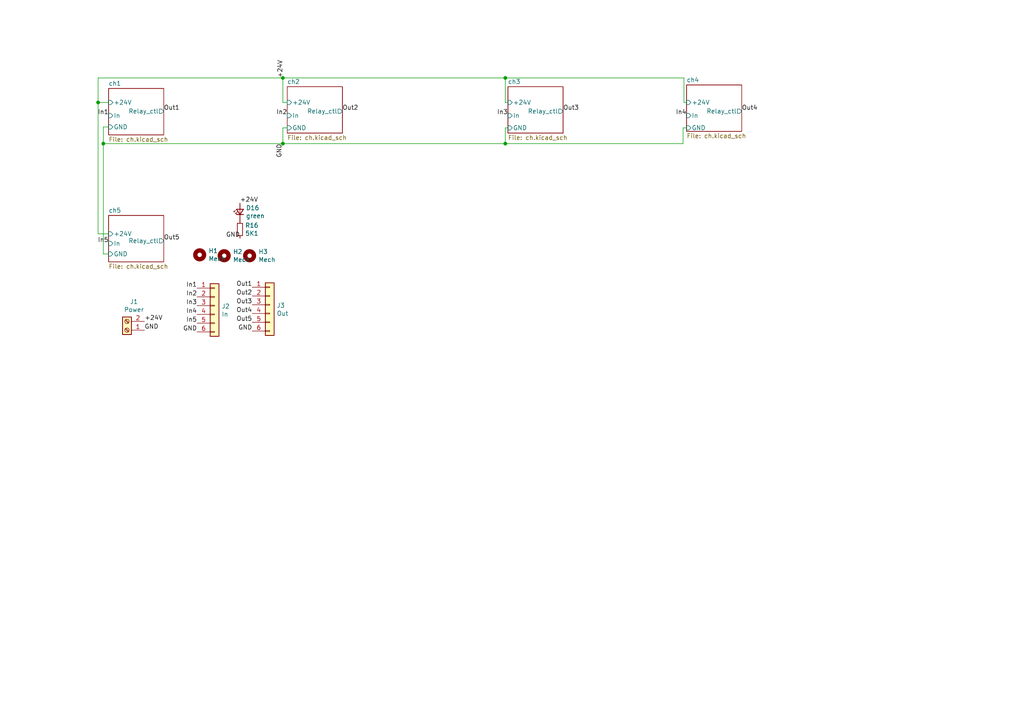
<source format=kicad_sch>
(kicad_sch (version 20230121) (generator eeschema)
  (paper "A4")
  (lib_symbols
    (symbol "Connector:Screw_Terminal_01x02" (pin_names (offset 1.016) hide)
      (property "Reference" "J" (at 0 2.54 0))
      (property "Value" "Screw_Terminal_01x02" (at 0 -5.08 0))
      (symbol "Screw_Terminal_01x02_1_1"
        (rectangle (start -1.27 1.27) (end 1.27 -3.81) (stroke (width 0.254)) (fill (type background)))
        (circle (center 0 -2.54) (radius 0.635) (stroke (width 0.1524)))
        (polyline (pts (xy -0.5334 -2.2098) (xy 0.3302 -3.048)) (stroke (width 0.1524)))
        (polyline (pts (xy -0.5334 0.3302) (xy 0.3302 -0.508)) (stroke (width 0.1524)))
        (polyline (pts (xy -0.3556 -2.032) (xy 0.508 -2.8702)) (stroke (width 0.1524)))
        (polyline (pts (xy -0.3556 0.508) (xy 0.508 -0.3302)) (stroke (width 0.1524)))
        (circle (center 0 0) (radius 0.635) (stroke (width 0.1524)))
        (pin passive line (at -5.08 0 0) (length 3.81) (name "Pin_1") (number "1"))
        (pin passive line (at -5.08 -2.54 0) (length 3.81) (name "Pin_2") (number "2"))
      )
    )
    (symbol "Connector_Generic:Conn_01x06" (pin_names (offset 1.016) hide)
      (property "Reference" "J" (at 0 7.62 0))
      (property "Value" "Conn_01x06" (at 0 -10.16 0))
      (symbol "Conn_01x06_1_1"
        (rectangle (start -1.27 -7.493) (end 0 -7.747) (stroke (width 0.1524)))
        (rectangle (start -1.27 -4.953) (end 0 -5.207) (stroke (width 0.1524)))
        (rectangle (start -1.27 -2.413) (end 0 -2.667) (stroke (width 0.1524)))
        (rectangle (start -1.27 0.127) (end 0 -0.127) (stroke (width 0.1524)))
        (rectangle (start -1.27 2.667) (end 0 2.413) (stroke (width 0.1524)))
        (rectangle (start -1.27 5.207) (end 0 4.953) (stroke (width 0.1524)))
        (rectangle (start -1.27 6.35) (end 1.27 -8.89) (stroke (width 0.254)) (fill (type background)))
        (pin passive line (at -5.08 5.08 0) (length 3.81) (name "Pin_1") (number "1"))
        (pin passive line (at -5.08 2.54 0) (length 3.81) (name "Pin_2") (number "2"))
        (pin passive line (at -5.08 0 0) (length 3.81) (name "Pin_3") (number "3"))
        (pin passive line (at -5.08 -2.54 0) (length 3.81) (name "Pin_4") (number "4"))
        (pin passive line (at -5.08 -5.08 0) (length 3.81) (name "Pin_5") (number "5"))
        (pin passive line (at -5.08 -7.62 0) (length 3.81) (name "Pin_6") (number "6"))
      )
    )
    (symbol "Device:LED_Small" (pin_numbers hide) (pin_names (offset 0.254) hide)
      (property "Reference" "D" (at -1.27 3.175 0))
      (property "Value" "LED_Small" (at -4.445 -2.54 0))
      (symbol "LED_Small_0_1"
        (polyline (pts (xy -0.762 -1.016) (xy -0.762 1.016)) (stroke (width 0.254)))
        (polyline (pts (xy 1.016 0) (xy -0.762 0)))
        (polyline (pts (xy 0.762 -1.016) (xy -0.762 0) (xy 0.762 1.016) (xy 0.762 -1.016)) (stroke (width 0.254)))
        (polyline (pts (xy 0 0.762) (xy -0.508 1.27) (xy -0.254 1.27) (xy -0.508 1.27) (xy -0.508 1.016)))
        (polyline (pts (xy 0.508 1.27) (xy 0 1.778) (xy 0.254 1.778) (xy 0 1.778) (xy 0 1.524)))
      )
      (symbol "LED_Small_1_1"
        (pin passive line (at -2.54 0 0) (length 1.778) (name "K") (number "1"))
        (pin passive line (at 2.54 0 180) (length 1.778) (name "A") (number "2"))
      )
    )
    (symbol "Device:R_Small" (pin_numbers hide) (pin_names (offset 0.254) hide)
      (property "Reference" "R" (at 0.762 0.508 0))
      (property "Value" "R_Small" (at 0.762 -1.016 0))
      (symbol "R_Small_0_1"
        (rectangle (start -0.762 1.778) (end 0.762 -1.778) (stroke (width 0.2032)))
      )
      (symbol "R_Small_1_1"
        (pin passive line (at 0 2.54 270) (length 0.762) (name "~") (number "1"))
        (pin passive line (at 0 -2.54 90) (length 0.762) (name "~") (number "2"))
      )
    )
    (symbol "Mechanical:MountingHole" (pin_names (offset 1.016))
      (property "Reference" "H" (at 0 5.08 0))
      (property "Value" "MountingHole" (at 0 3.175 0))
      (symbol "MountingHole_0_1"
        (circle (center 0 0) (radius 1.27) (stroke (width 1.27)))
      )
    )
  )
  (junction (at 82.042 22.606))
  (junction (at 146.558 41.656))
  (junction (at 29.972 41.656))
  (junction (at 82.042 41.656))
  (junction (at 146.558 22.606))
  (junction (at 28.448 29.718))
  (wire (pts (xy 147.32 37.084) (xy 146.558 37.084)))
  (wire (pts (xy 198.12 37.084) (xy 199.136 37.084)))
  (wire (pts (xy 31.496 36.83) (xy 29.972 36.83)))
  (wire (pts (xy 28.448 29.718) (xy 28.448 22.606)))
  (wire (pts (xy 146.558 22.606) (xy 198.374 22.606)))
  (wire (pts (xy 28.448 22.606) (xy 82.042 22.606)))
  (wire (pts (xy 146.558 37.084) (xy 146.558 41.656)))
  (wire (pts (xy 29.972 41.656) (xy 29.972 73.66)))
  (wire (pts (xy 82.042 41.656) (xy 146.558 41.656)))
  (wire (pts (xy 29.972 36.83) (xy 29.972 41.656)))
  (wire (pts (xy 82.042 29.718) (xy 82.042 22.606)))
  (wire (pts (xy 83.312 37.084) (xy 82.042 37.084)))
  (wire (pts (xy 82.042 22.606) (xy 146.558 22.606)))
  (wire (pts (xy 29.972 73.66) (xy 31.496 73.66)))
  (wire (pts (xy 198.12 41.656) (xy 198.12 37.084)))
  (wire (pts (xy 31.496 29.718) (xy 28.448 29.718)))
  (wire (pts (xy 28.448 67.818) (xy 31.496 67.818)))
  (wire (pts (xy 198.374 29.718) (xy 199.136 29.718)))
  (wire (pts (xy 147.32 29.718) (xy 146.558 29.718)))
  (wire (pts (xy 28.448 29.718) (xy 28.448 67.818)))
  (wire (pts (xy 146.558 29.718) (xy 146.558 22.606)))
  (wire (pts (xy 198.374 22.606) (xy 198.374 29.718)))
  (wire (pts (xy 29.972 41.656) (xy 82.042 41.656)))
  (wire (pts (xy 83.312 29.718) (xy 82.042 29.718)))
  (wire (pts (xy 82.042 37.084) (xy 82.042 41.656)))
  (wire (pts (xy 146.558 41.656) (xy 198.12 41.656)))
  (label "In2" (at 57.15 86.106 180))
  (label "GND" (at 73.152 96.012 180))
  (label "GND" (at 57.15 96.266 180))
  (label "Out4" (at 73.152 90.932 180))
  (label "Out3" (at 73.152 88.392 180))
  (label "In1" (at 31.496 33.528 180))
  (label "In5" (at 57.15 93.726 180))
  (label "Out2" (at 73.152 85.852 180))
  (label "+24V" (at 41.91 93.218 0))
  (label "+24V" (at 82.296 22.606 90))
  (label "Out4" (at 215.138 32.258 0))
  (label "In2" (at 83.312 33.528 180))
  (label "In1" (at 57.15 83.566 180))
  (label "In3" (at 147.32 33.528 180))
  (label "GND" (at 41.91 95.758 0))
  (label "Out5" (at 73.152 93.472 180))
  (label "In3" (at 57.15 88.646 180))
  (label "+24V" (at 69.596 58.928 0))
  (label "Out1" (at 73.152 83.312 180))
  (label "Out5" (at 47.498 69.85 0))
  (label "In4" (at 57.15 91.186 180))
  (label "GND" (at 69.596 69.088 180))
  (label "Out1" (at 47.498 32.258 0))
  (label "GND" (at 82.042 41.656 270))
  (label "Out3" (at 163.322 32.258 0))
  (label "Out2" (at 99.314 32.258 0))
  (label "In5" (at 31.496 70.612 180))
  (label "In4" (at 199.136 33.528 180))
  (symbol (lib_id "Connector:Screw_Terminal_01x02") (at 36.83 95.758 180) (unit 1)
    (property "Reference" "J1" (at 38.862 87.503 0))
    (property "Value" "Power" (at 38.862 89.8144 0))
    (property "Footprint" "TerminalBlocks_Phoenix:TerminalBlock_Phoenix_PT-3.5mm_2pol" (effects hide))
  )
  (symbol (lib_id "Connector_Generic:Conn_01x06") (at 62.23 88.646 0) (unit 1)
    (property "Reference" "J2" (at 64.262 88.8492 0) (effects (justify left)))
    (property "Value" "In" (at 64.262 91.1606 0) (effects (justify left)))
    (property "Footprint" "TerminalBlocks_Phoenix:TerminalBlock_Phoenix_MPT-2.54mm_6pol" (effects hide))
  )
  (symbol (lib_id "Connector_Generic:Conn_01x06") (at 78.232 88.392 0) (unit 1)
    (property "Reference" "J3" (at 80.2386 88.5952 0) (effects (justify left)))
    (property "Value" "Out" (at 80.2386 90.9066 0) (effects (justify left)))
    (property "Footprint" "TerminalBlocks_Phoenix:TerminalBlock_Phoenix_MPT-2.54mm_6pol" (effects hide))
  )
  (symbol (lib_id "Device:R_Small") (at 69.596 66.548 0) (unit 1)
    (property "Reference" "R16" (at 71.0946 65.3796 0) (effects (justify left)))
    (property "Value" "5K1" (at 71.0946 67.691 0) (effects (justify left)))
    (property "Footprint" "Resistors_SMD:R_0805_HandSoldering" (effects hide))
  )
  (symbol (lib_id "Device:LED_Small") (at 69.596 61.468 90) (unit 1)
    (property "Reference" "D16" (at 71.3232 60.2996 90) (effects (justify right)))
    (property "Value" "green" (at 71.3232 62.611 90) (effects (justify right)))
    (property "Footprint" "LEDs:LED_0805_HandSoldering" (effects hide))
  )
  (symbol (lib_id "Mechanical:MountingHole") (at 57.912 73.914 0) (unit 1)
    (property "Reference" "H1" (at 60.452 72.7456 0) (effects (justify left)))
    (property "Value" "Mech" (at 60.452 75.057 0) (effects (justify left)))
    (property "Footprint" "Mounting_Holes:MountingHole_3.2mm_M3" (effects hide))
  )
  (symbol (lib_id "Mechanical:MountingHole") (at 65.024 74.168 0) (unit 1)
    (property "Reference" "H2" (at 67.564 72.9996 0) (effects (justify left)))
    (property "Value" "Mech" (at 67.564 75.311 0) (effects (justify left)))
    (property "Footprint" "Mounting_Holes:MountingHole_3.2mm_M3" (effects hide))
  )
  (symbol (lib_id "Mechanical:MountingHole") (at 72.39 74.168 0) (unit 1)
    (property "Reference" "H3" (at 74.93 72.9996 0) (effects (justify left)))
    (property "Value" "Mech" (at 74.93 75.311 0) (effects (justify left)))
    (property "Footprint" "Mounting_Holes:MountingHole_3.2mm_M3" (effects hide))
  )
  (sheet (at 31.496 25.654) (size 16.002 13.462)
    (property "Sheetname" "ch1" (at 31.496 24.9424 0) (effects (justify left bottom)))
    (property "Sheetfile" "ch.kicad_sch" (at 31.496 39.7006 0) (effects (justify left top)))
    (pin "GND" input (at 31.496 36.83 180))
    (pin "In" input (at 31.496 33.528 180))
    (pin "+24V" input (at 31.496 29.718 180))
    (pin "Relay_ctl" output (at 47.498 32.258 0))
  )
  (sheet (at 83.312 25.146) (size 16.002 13.462)
    (property "Sheetname" "ch2" (at 83.312 24.4344 0) (effects (justify left bottom)))
    (property "Sheetfile" "ch.kicad_sch" (at 83.312 39.1926 0) (effects (justify left top)))
    (pin "GND" input (at 83.312 37.084 180))
    (pin "In" input (at 83.312 33.528 180))
    (pin "+24V" input (at 83.312 29.718 180))
    (pin "Relay_ctl" output (at 99.314 32.258 0))
  )
  (sheet (at 147.32 25.146) (size 16.002 13.462)
    (property "Sheetname" "ch3" (at 147.32 24.4344 0) (effects (justify left bottom)))
    (property "Sheetfile" "ch.kicad_sch" (at 147.32 39.1926 0) (effects (justify left top)))
    (pin "GND" input (at 147.32 37.084 180))
    (pin "In" input (at 147.32 33.528 180))
    (pin "+24V" input (at 147.32 29.718 180))
    (pin "Relay_ctl" output (at 163.322 32.258 0))
  )
  (sheet (at 199.136 24.638) (size 16.002 13.462)
    (property "Sheetname" "ch4" (at 199.136 23.9264 0) (effects (justify left bottom)))
    (property "Sheetfile" "ch.kicad_sch" (at 199.136 38.6846 0) (effects (justify left top)))
    (pin "GND" input (at 199.136 37.084 180))
    (pin "In" input (at 199.136 33.528 180))
    (pin "+24V" input (at 199.136 29.718 180))
    (pin "Relay_ctl" output (at 215.138 32.258 0))
  )
  (sheet (at 31.496 62.484) (size 16.002 13.462)
    (property "Sheetname" "ch5" (at 31.496 61.7724 0) (effects (justify left bottom)))
    (property "Sheetfile" "ch.kicad_sch" (at 31.496 76.5306 0) (effects (justify left top)))
    (pin "GND" input (at 31.496 73.66 180))
    (pin "In" input (at 31.496 70.612 180))
    (pin "+24V" input (at 31.496 67.818 180))
    (pin "Relay_ctl" output (at 47.498 69.85 0))
  )
)
</source>
